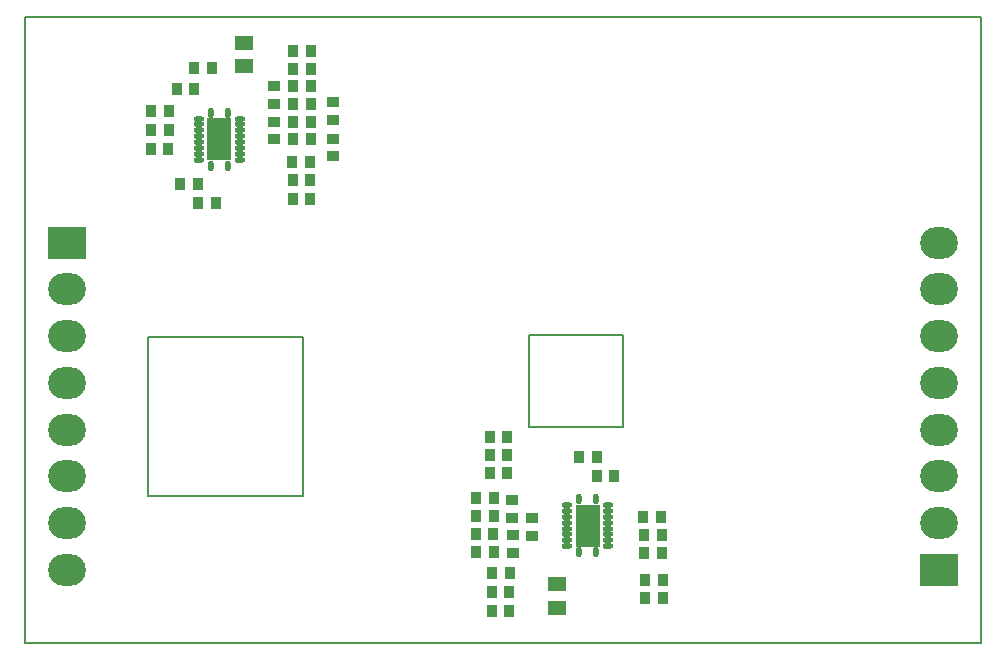
<source format=gbs>
%FSLAX25Y25*%
%MOIN*%
G70*
G01*
G75*
G04 Layer_Color=16711935*
%ADD10R,0.14410X0.09843*%
%ADD11R,0.14410X0.07874*%
%ADD12R,0.01969X0.06299*%
%ADD13R,0.03543X0.02126*%
%ADD14R,0.48504X0.15354*%
%ADD15R,0.09843X0.14410*%
%ADD16R,0.07874X0.14410*%
%ADD17R,0.06299X0.01969*%
%ADD18R,0.02126X0.03543*%
%ADD19R,0.10630X0.03937*%
%ADD20R,0.25590X0.07559*%
%ADD21C,0.00800*%
%ADD22R,0.49400X0.08100*%
%ADD23R,0.04800X0.94500*%
%ADD24R,0.18800X0.03900*%
%ADD25R,0.17900X0.04600*%
%ADD26R,0.19200X0.04500*%
%ADD27R,0.85300X0.11600*%
%ADD28R,0.04315X0.07664*%
%ADD29R,0.44671X0.11272*%
%ADD30R,0.44400X0.11000*%
%ADD31R,0.06900X0.15000*%
%ADD32R,0.06300X0.16900*%
%ADD33C,0.00500*%
%ADD34O,0.11811X0.09843*%
%ADD35R,0.11811X0.09843*%
%ADD36C,0.02000*%
%ADD37C,0.05000*%
%ADD38C,0.04000*%
%ADD39C,0.03000*%
%ADD40R,0.07087X0.13386*%
%ADD41O,0.01181X0.02756*%
%ADD42O,0.02756X0.01181*%
%ADD43R,0.02756X0.03347*%
%ADD44R,0.05118X0.03937*%
%ADD45R,0.03347X0.02756*%
%ADD46R,0.04800X0.92500*%
%ADD47R,0.02200X0.25827*%
%ADD48R,0.02300X0.29000*%
%ADD49C,0.01000*%
%ADD50R,0.21413X0.56000*%
%ADD51R,0.15210X0.10642*%
%ADD52R,0.15210X0.08674*%
%ADD53R,0.02769X0.07099*%
%ADD54R,0.04343X0.02926*%
%ADD55R,0.49304X0.16154*%
%ADD56R,0.10642X0.15210*%
%ADD57R,0.08674X0.15210*%
%ADD58R,0.07099X0.02769*%
%ADD59R,0.02926X0.04343*%
%ADD60R,0.11430X0.04737*%
%ADD61R,0.26391X0.08359*%
%ADD62O,0.12611X0.10642*%
%ADD63R,0.12611X0.10642*%
%ADD64R,0.07887X0.14186*%
%ADD65O,0.01981X0.03556*%
%ADD66O,0.03556X0.01981*%
%ADD67R,0.03556X0.04147*%
%ADD68R,0.05918X0.04737*%
%ADD69R,0.04147X0.03556*%
D33*
X0Y51200D02*
X318898D01*
Y-157480D02*
Y51200D01*
X0Y-157480D02*
X318898D01*
X0D02*
Y51200D01*
X41100Y-55700D02*
X92600D01*
X41100Y-108600D02*
Y-55700D01*
Y-108600D02*
X92600D01*
Y-55700D01*
X168000Y-85500D02*
X199300D01*
X168000Y-55000D02*
X199300D01*
Y-85500D02*
Y-55000D01*
X168000Y-85500D02*
Y-55000D01*
D62*
X14173Y-39764D02*
D03*
Y-55354D02*
D03*
Y-86536D02*
D03*
Y-70945D02*
D03*
Y-133307D02*
D03*
Y-117717D02*
D03*
Y-102126D02*
D03*
X304724Y-55354D02*
D03*
Y-39764D02*
D03*
Y-24173D02*
D03*
Y-86535D02*
D03*
Y-70945D02*
D03*
Y-102126D02*
D03*
Y-117717D02*
D03*
D63*
X14173Y-24173D02*
D03*
X304724Y-133307D02*
D03*
D64*
X187626Y-118494D02*
D03*
X64926Y10300D02*
D03*
D65*
X184673Y-127352D02*
D03*
X190579D02*
D03*
Y-109635D02*
D03*
X184673D02*
D03*
X67879Y19158D02*
D03*
X61973D02*
D03*
Y1442D02*
D03*
X67879D02*
D03*
D66*
X194516Y-125383D02*
D03*
Y-123415D02*
D03*
Y-121447D02*
D03*
Y-119478D02*
D03*
Y-117509D02*
D03*
Y-115541D02*
D03*
Y-113572D02*
D03*
Y-111604D02*
D03*
X180736D02*
D03*
Y-113572D02*
D03*
Y-115541D02*
D03*
Y-117509D02*
D03*
Y-119478D02*
D03*
Y-121447D02*
D03*
Y-123415D02*
D03*
Y-125383D02*
D03*
X58036Y17190D02*
D03*
Y15221D02*
D03*
Y13253D02*
D03*
Y11284D02*
D03*
Y9316D02*
D03*
Y7347D02*
D03*
Y5379D02*
D03*
Y3410D02*
D03*
X71816D02*
D03*
Y5379D02*
D03*
Y7347D02*
D03*
Y9316D02*
D03*
Y11284D02*
D03*
Y13253D02*
D03*
Y15221D02*
D03*
Y17190D02*
D03*
D67*
X196526Y-102094D02*
D03*
X190621D02*
D03*
X190631Y-95594D02*
D03*
X184726D02*
D03*
X211931Y-115494D02*
D03*
X206026D02*
D03*
X212626Y-136594D02*
D03*
X206720D02*
D03*
X212488Y-121472D02*
D03*
X206583D02*
D03*
X206821Y-142794D02*
D03*
X212726D02*
D03*
X206521Y-127594D02*
D03*
X212426D02*
D03*
X160926Y-100994D02*
D03*
X155020D02*
D03*
X155626Y-146894D02*
D03*
X161531D02*
D03*
X155626Y-140694D02*
D03*
X161531D02*
D03*
X150400Y-109300D02*
D03*
X156306D02*
D03*
X150400Y-115200D02*
D03*
X156306D02*
D03*
X160926Y-94994D02*
D03*
X155020D02*
D03*
X156226Y-121194D02*
D03*
X150320D02*
D03*
X160906Y-89100D02*
D03*
X155000D02*
D03*
X150394Y-127400D02*
D03*
X156300D02*
D03*
X155821Y-134294D02*
D03*
X161726D02*
D03*
X95326Y39600D02*
D03*
X89420D02*
D03*
X95326Y33740D02*
D03*
X89420D02*
D03*
X95326Y27880D02*
D03*
X89420D02*
D03*
X89332Y-9500D02*
D03*
X95237D02*
D03*
X95326Y10300D02*
D03*
X89420D02*
D03*
X89332Y-3200D02*
D03*
X95237D02*
D03*
X51826Y-4600D02*
D03*
X57731D02*
D03*
X50626Y27100D02*
D03*
X56532D02*
D03*
X42126Y13400D02*
D03*
X48031D02*
D03*
X89226Y2800D02*
D03*
X95131D02*
D03*
X89420Y22020D02*
D03*
X95326D02*
D03*
Y16160D02*
D03*
X89420D02*
D03*
X42020Y6900D02*
D03*
X47926D02*
D03*
X57721Y-11100D02*
D03*
X63626D02*
D03*
X56420Y34000D02*
D03*
X62326D02*
D03*
X48031Y19600D02*
D03*
X42126D02*
D03*
D68*
X177326Y-145868D02*
D03*
Y-137994D02*
D03*
X73226Y42474D02*
D03*
Y34600D02*
D03*
D69*
X169026Y-115994D02*
D03*
Y-121899D02*
D03*
X162526Y-110088D02*
D03*
Y-115994D02*
D03*
X162626Y-121588D02*
D03*
Y-127494D02*
D03*
X102600Y22600D02*
D03*
Y16694D02*
D03*
X102800Y10500D02*
D03*
Y4594D02*
D03*
X83100Y27905D02*
D03*
Y22000D02*
D03*
Y10294D02*
D03*
Y16200D02*
D03*
M02*

</source>
